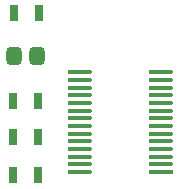
<source format=gtp>
%FSLAX33Y33*%
%MOMM*%
%AMRR-H1470000-W1285000-R300000-RO0.000*
21,1,0.685,1.47,0.,0.,360*
21,1,1.285,0.87,0.,0.,360*
1,1,0.6,-0.3425,0.435*
1,1,0.6,0.3425,0.435*
1,1,0.6,0.3425,-0.435*
1,1,0.6,-0.3425,-0.435*%
%AMRect-W670710-H1320710-RO1.000*
21,1,0.67071,1.32071,0.,0.,180*%
%AMRect-W2052833-H422672-RO1.000*
21,1,2.052833,0.422672,0.,0.,180*%
%AMRR-H422672-W2052833-R211336-RO1.000*
21,1,1.630161,0.422672,0.,0.,180*
1,1,0.422672,0.8150805,-0.*
1,1,0.422672,-0.8150805,-0.*
1,1,0.422672,-0.8150805,0.*
1,1,0.422672,0.8150805,0.*%
%ADD10RR-H1470000-W1285000-R300000-RO0.000*%
%ADD11Rect-W670710-H1320710-RO1.000*%
%ADD12R,0.67071X1.32071*%
%ADD13Rect-W2052833-H422672-RO1.000*%
%ADD14RR-H422672-W2052833-R211336-RO1.000*%
D10*
%LNtop paste_traces*%
%LNtop paste component da4715df17963b43*%
G01*
X9243Y13282D03*
X11188Y13282D03*
%LNtop paste component c67acca82e982272*%
D11*
X11315Y9510D03*
X9215Y9510D03*
%LNtop paste component 37d77bcb1c3adade*%
D12*
X9215Y3225D03*
X11315Y3225D03*
%LNtop paste component a382895390425a59*%
D11*
X11315Y6475D03*
X9215Y6475D03*
%LNtop paste component 16f672dc61fb389c*%
D13*
X21725Y3475D03*
D14*
X21725Y4125D03*
X21725Y4775D03*
X21725Y5425D03*
X21725Y6075D03*
X21725Y6725D03*
X21725Y7375D03*
X21725Y8025D03*
X21725Y8675D03*
X21725Y9325D03*
X21725Y9975D03*
X21725Y10625D03*
X21725Y11275D03*
X21725Y11925D03*
X14875Y11925D03*
X14875Y11275D03*
X14875Y10625D03*
X14875Y9975D03*
X14875Y9325D03*
X14875Y8675D03*
X14875Y8025D03*
X14875Y7375D03*
X14875Y6725D03*
X14875Y6075D03*
X14875Y5425D03*
X14875Y4775D03*
X14875Y4125D03*
X14875Y3475D03*
%LNtop paste component 28ac0c2b65682105*%
D11*
X11343Y16950D03*
X9243Y16950D03*
M02*
</source>
